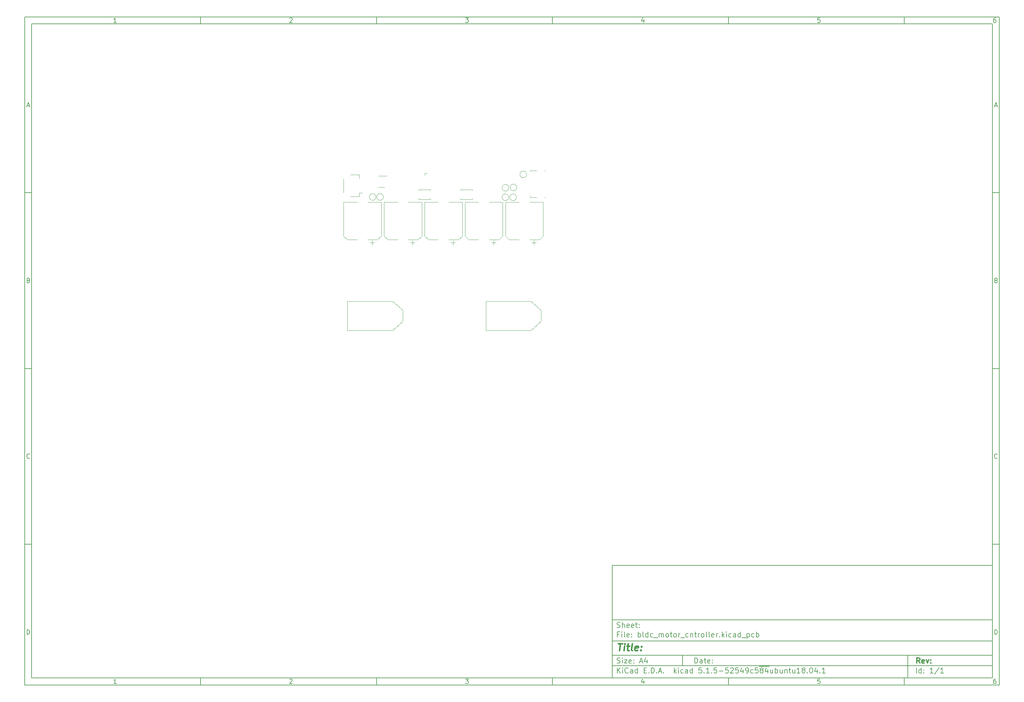
<source format=gbr>
G04 #@! TF.GenerationSoftware,KiCad,Pcbnew,5.1.5-52549c5~84~ubuntu18.04.1*
G04 #@! TF.CreationDate,2020-02-16T22:49:10+01:00*
G04 #@! TF.ProjectId,bldc_motor_cntroller,626c6463-5f6d-46f7-946f-725f636e7472,rev?*
G04 #@! TF.SameCoordinates,Original*
G04 #@! TF.FileFunction,Legend,Bot*
G04 #@! TF.FilePolarity,Positive*
%FSLAX46Y46*%
G04 Gerber Fmt 4.6, Leading zero omitted, Abs format (unit mm)*
G04 Created by KiCad (PCBNEW 5.1.5-52549c5~84~ubuntu18.04.1) date 2020-02-16 22:49:10*
%MOMM*%
%LPD*%
G04 APERTURE LIST*
%ADD10C,0.100000*%
%ADD11C,0.150000*%
%ADD12C,0.300000*%
%ADD13C,0.400000*%
%ADD14C,0.120000*%
G04 APERTURE END LIST*
D10*
D11*
X177002200Y-166007200D02*
X177002200Y-198007200D01*
X285002200Y-198007200D01*
X285002200Y-166007200D01*
X177002200Y-166007200D01*
D10*
D11*
X10000000Y-10000000D02*
X10000000Y-200007200D01*
X287002200Y-200007200D01*
X287002200Y-10000000D01*
X10000000Y-10000000D01*
D10*
D11*
X12000000Y-12000000D02*
X12000000Y-198007200D01*
X285002200Y-198007200D01*
X285002200Y-12000000D01*
X12000000Y-12000000D01*
D10*
D11*
X60000000Y-12000000D02*
X60000000Y-10000000D01*
D10*
D11*
X110000000Y-12000000D02*
X110000000Y-10000000D01*
D10*
D11*
X160000000Y-12000000D02*
X160000000Y-10000000D01*
D10*
D11*
X210000000Y-12000000D02*
X210000000Y-10000000D01*
D10*
D11*
X260000000Y-12000000D02*
X260000000Y-10000000D01*
D10*
D11*
X36065476Y-11588095D02*
X35322619Y-11588095D01*
X35694047Y-11588095D02*
X35694047Y-10288095D01*
X35570238Y-10473809D01*
X35446428Y-10597619D01*
X35322619Y-10659523D01*
D10*
D11*
X85322619Y-10411904D02*
X85384523Y-10350000D01*
X85508333Y-10288095D01*
X85817857Y-10288095D01*
X85941666Y-10350000D01*
X86003571Y-10411904D01*
X86065476Y-10535714D01*
X86065476Y-10659523D01*
X86003571Y-10845238D01*
X85260714Y-11588095D01*
X86065476Y-11588095D01*
D10*
D11*
X135260714Y-10288095D02*
X136065476Y-10288095D01*
X135632142Y-10783333D01*
X135817857Y-10783333D01*
X135941666Y-10845238D01*
X136003571Y-10907142D01*
X136065476Y-11030952D01*
X136065476Y-11340476D01*
X136003571Y-11464285D01*
X135941666Y-11526190D01*
X135817857Y-11588095D01*
X135446428Y-11588095D01*
X135322619Y-11526190D01*
X135260714Y-11464285D01*
D10*
D11*
X185941666Y-10721428D02*
X185941666Y-11588095D01*
X185632142Y-10226190D02*
X185322619Y-11154761D01*
X186127380Y-11154761D01*
D10*
D11*
X236003571Y-10288095D02*
X235384523Y-10288095D01*
X235322619Y-10907142D01*
X235384523Y-10845238D01*
X235508333Y-10783333D01*
X235817857Y-10783333D01*
X235941666Y-10845238D01*
X236003571Y-10907142D01*
X236065476Y-11030952D01*
X236065476Y-11340476D01*
X236003571Y-11464285D01*
X235941666Y-11526190D01*
X235817857Y-11588095D01*
X235508333Y-11588095D01*
X235384523Y-11526190D01*
X235322619Y-11464285D01*
D10*
D11*
X285941666Y-10288095D02*
X285694047Y-10288095D01*
X285570238Y-10350000D01*
X285508333Y-10411904D01*
X285384523Y-10597619D01*
X285322619Y-10845238D01*
X285322619Y-11340476D01*
X285384523Y-11464285D01*
X285446428Y-11526190D01*
X285570238Y-11588095D01*
X285817857Y-11588095D01*
X285941666Y-11526190D01*
X286003571Y-11464285D01*
X286065476Y-11340476D01*
X286065476Y-11030952D01*
X286003571Y-10907142D01*
X285941666Y-10845238D01*
X285817857Y-10783333D01*
X285570238Y-10783333D01*
X285446428Y-10845238D01*
X285384523Y-10907142D01*
X285322619Y-11030952D01*
D10*
D11*
X60000000Y-198007200D02*
X60000000Y-200007200D01*
D10*
D11*
X110000000Y-198007200D02*
X110000000Y-200007200D01*
D10*
D11*
X160000000Y-198007200D02*
X160000000Y-200007200D01*
D10*
D11*
X210000000Y-198007200D02*
X210000000Y-200007200D01*
D10*
D11*
X260000000Y-198007200D02*
X260000000Y-200007200D01*
D10*
D11*
X36065476Y-199595295D02*
X35322619Y-199595295D01*
X35694047Y-199595295D02*
X35694047Y-198295295D01*
X35570238Y-198481009D01*
X35446428Y-198604819D01*
X35322619Y-198666723D01*
D10*
D11*
X85322619Y-198419104D02*
X85384523Y-198357200D01*
X85508333Y-198295295D01*
X85817857Y-198295295D01*
X85941666Y-198357200D01*
X86003571Y-198419104D01*
X86065476Y-198542914D01*
X86065476Y-198666723D01*
X86003571Y-198852438D01*
X85260714Y-199595295D01*
X86065476Y-199595295D01*
D10*
D11*
X135260714Y-198295295D02*
X136065476Y-198295295D01*
X135632142Y-198790533D01*
X135817857Y-198790533D01*
X135941666Y-198852438D01*
X136003571Y-198914342D01*
X136065476Y-199038152D01*
X136065476Y-199347676D01*
X136003571Y-199471485D01*
X135941666Y-199533390D01*
X135817857Y-199595295D01*
X135446428Y-199595295D01*
X135322619Y-199533390D01*
X135260714Y-199471485D01*
D10*
D11*
X185941666Y-198728628D02*
X185941666Y-199595295D01*
X185632142Y-198233390D02*
X185322619Y-199161961D01*
X186127380Y-199161961D01*
D10*
D11*
X236003571Y-198295295D02*
X235384523Y-198295295D01*
X235322619Y-198914342D01*
X235384523Y-198852438D01*
X235508333Y-198790533D01*
X235817857Y-198790533D01*
X235941666Y-198852438D01*
X236003571Y-198914342D01*
X236065476Y-199038152D01*
X236065476Y-199347676D01*
X236003571Y-199471485D01*
X235941666Y-199533390D01*
X235817857Y-199595295D01*
X235508333Y-199595295D01*
X235384523Y-199533390D01*
X235322619Y-199471485D01*
D10*
D11*
X285941666Y-198295295D02*
X285694047Y-198295295D01*
X285570238Y-198357200D01*
X285508333Y-198419104D01*
X285384523Y-198604819D01*
X285322619Y-198852438D01*
X285322619Y-199347676D01*
X285384523Y-199471485D01*
X285446428Y-199533390D01*
X285570238Y-199595295D01*
X285817857Y-199595295D01*
X285941666Y-199533390D01*
X286003571Y-199471485D01*
X286065476Y-199347676D01*
X286065476Y-199038152D01*
X286003571Y-198914342D01*
X285941666Y-198852438D01*
X285817857Y-198790533D01*
X285570238Y-198790533D01*
X285446428Y-198852438D01*
X285384523Y-198914342D01*
X285322619Y-199038152D01*
D10*
D11*
X10000000Y-60000000D02*
X12000000Y-60000000D01*
D10*
D11*
X10000000Y-110000000D02*
X12000000Y-110000000D01*
D10*
D11*
X10000000Y-160000000D02*
X12000000Y-160000000D01*
D10*
D11*
X10690476Y-35216666D02*
X11309523Y-35216666D01*
X10566666Y-35588095D02*
X11000000Y-34288095D01*
X11433333Y-35588095D01*
D10*
D11*
X11092857Y-84907142D02*
X11278571Y-84969047D01*
X11340476Y-85030952D01*
X11402380Y-85154761D01*
X11402380Y-85340476D01*
X11340476Y-85464285D01*
X11278571Y-85526190D01*
X11154761Y-85588095D01*
X10659523Y-85588095D01*
X10659523Y-84288095D01*
X11092857Y-84288095D01*
X11216666Y-84350000D01*
X11278571Y-84411904D01*
X11340476Y-84535714D01*
X11340476Y-84659523D01*
X11278571Y-84783333D01*
X11216666Y-84845238D01*
X11092857Y-84907142D01*
X10659523Y-84907142D01*
D10*
D11*
X11402380Y-135464285D02*
X11340476Y-135526190D01*
X11154761Y-135588095D01*
X11030952Y-135588095D01*
X10845238Y-135526190D01*
X10721428Y-135402380D01*
X10659523Y-135278571D01*
X10597619Y-135030952D01*
X10597619Y-134845238D01*
X10659523Y-134597619D01*
X10721428Y-134473809D01*
X10845238Y-134350000D01*
X11030952Y-134288095D01*
X11154761Y-134288095D01*
X11340476Y-134350000D01*
X11402380Y-134411904D01*
D10*
D11*
X10659523Y-185588095D02*
X10659523Y-184288095D01*
X10969047Y-184288095D01*
X11154761Y-184350000D01*
X11278571Y-184473809D01*
X11340476Y-184597619D01*
X11402380Y-184845238D01*
X11402380Y-185030952D01*
X11340476Y-185278571D01*
X11278571Y-185402380D01*
X11154761Y-185526190D01*
X10969047Y-185588095D01*
X10659523Y-185588095D01*
D10*
D11*
X287002200Y-60000000D02*
X285002200Y-60000000D01*
D10*
D11*
X287002200Y-110000000D02*
X285002200Y-110000000D01*
D10*
D11*
X287002200Y-160000000D02*
X285002200Y-160000000D01*
D10*
D11*
X285692676Y-35216666D02*
X286311723Y-35216666D01*
X285568866Y-35588095D02*
X286002200Y-34288095D01*
X286435533Y-35588095D01*
D10*
D11*
X286095057Y-84907142D02*
X286280771Y-84969047D01*
X286342676Y-85030952D01*
X286404580Y-85154761D01*
X286404580Y-85340476D01*
X286342676Y-85464285D01*
X286280771Y-85526190D01*
X286156961Y-85588095D01*
X285661723Y-85588095D01*
X285661723Y-84288095D01*
X286095057Y-84288095D01*
X286218866Y-84350000D01*
X286280771Y-84411904D01*
X286342676Y-84535714D01*
X286342676Y-84659523D01*
X286280771Y-84783333D01*
X286218866Y-84845238D01*
X286095057Y-84907142D01*
X285661723Y-84907142D01*
D10*
D11*
X286404580Y-135464285D02*
X286342676Y-135526190D01*
X286156961Y-135588095D01*
X286033152Y-135588095D01*
X285847438Y-135526190D01*
X285723628Y-135402380D01*
X285661723Y-135278571D01*
X285599819Y-135030952D01*
X285599819Y-134845238D01*
X285661723Y-134597619D01*
X285723628Y-134473809D01*
X285847438Y-134350000D01*
X286033152Y-134288095D01*
X286156961Y-134288095D01*
X286342676Y-134350000D01*
X286404580Y-134411904D01*
D10*
D11*
X285661723Y-185588095D02*
X285661723Y-184288095D01*
X285971247Y-184288095D01*
X286156961Y-184350000D01*
X286280771Y-184473809D01*
X286342676Y-184597619D01*
X286404580Y-184845238D01*
X286404580Y-185030952D01*
X286342676Y-185278571D01*
X286280771Y-185402380D01*
X286156961Y-185526190D01*
X285971247Y-185588095D01*
X285661723Y-185588095D01*
D10*
D11*
X200434342Y-193785771D02*
X200434342Y-192285771D01*
X200791485Y-192285771D01*
X201005771Y-192357200D01*
X201148628Y-192500057D01*
X201220057Y-192642914D01*
X201291485Y-192928628D01*
X201291485Y-193142914D01*
X201220057Y-193428628D01*
X201148628Y-193571485D01*
X201005771Y-193714342D01*
X200791485Y-193785771D01*
X200434342Y-193785771D01*
X202577200Y-193785771D02*
X202577200Y-193000057D01*
X202505771Y-192857200D01*
X202362914Y-192785771D01*
X202077200Y-192785771D01*
X201934342Y-192857200D01*
X202577200Y-193714342D02*
X202434342Y-193785771D01*
X202077200Y-193785771D01*
X201934342Y-193714342D01*
X201862914Y-193571485D01*
X201862914Y-193428628D01*
X201934342Y-193285771D01*
X202077200Y-193214342D01*
X202434342Y-193214342D01*
X202577200Y-193142914D01*
X203077200Y-192785771D02*
X203648628Y-192785771D01*
X203291485Y-192285771D02*
X203291485Y-193571485D01*
X203362914Y-193714342D01*
X203505771Y-193785771D01*
X203648628Y-193785771D01*
X204720057Y-193714342D02*
X204577200Y-193785771D01*
X204291485Y-193785771D01*
X204148628Y-193714342D01*
X204077200Y-193571485D01*
X204077200Y-193000057D01*
X204148628Y-192857200D01*
X204291485Y-192785771D01*
X204577200Y-192785771D01*
X204720057Y-192857200D01*
X204791485Y-193000057D01*
X204791485Y-193142914D01*
X204077200Y-193285771D01*
X205434342Y-193642914D02*
X205505771Y-193714342D01*
X205434342Y-193785771D01*
X205362914Y-193714342D01*
X205434342Y-193642914D01*
X205434342Y-193785771D01*
X205434342Y-192857200D02*
X205505771Y-192928628D01*
X205434342Y-193000057D01*
X205362914Y-192928628D01*
X205434342Y-192857200D01*
X205434342Y-193000057D01*
D10*
D11*
X177002200Y-194507200D02*
X285002200Y-194507200D01*
D10*
D11*
X178434342Y-196585771D02*
X178434342Y-195085771D01*
X179291485Y-196585771D02*
X178648628Y-195728628D01*
X179291485Y-195085771D02*
X178434342Y-195942914D01*
X179934342Y-196585771D02*
X179934342Y-195585771D01*
X179934342Y-195085771D02*
X179862914Y-195157200D01*
X179934342Y-195228628D01*
X180005771Y-195157200D01*
X179934342Y-195085771D01*
X179934342Y-195228628D01*
X181505771Y-196442914D02*
X181434342Y-196514342D01*
X181220057Y-196585771D01*
X181077200Y-196585771D01*
X180862914Y-196514342D01*
X180720057Y-196371485D01*
X180648628Y-196228628D01*
X180577200Y-195942914D01*
X180577200Y-195728628D01*
X180648628Y-195442914D01*
X180720057Y-195300057D01*
X180862914Y-195157200D01*
X181077200Y-195085771D01*
X181220057Y-195085771D01*
X181434342Y-195157200D01*
X181505771Y-195228628D01*
X182791485Y-196585771D02*
X182791485Y-195800057D01*
X182720057Y-195657200D01*
X182577200Y-195585771D01*
X182291485Y-195585771D01*
X182148628Y-195657200D01*
X182791485Y-196514342D02*
X182648628Y-196585771D01*
X182291485Y-196585771D01*
X182148628Y-196514342D01*
X182077200Y-196371485D01*
X182077200Y-196228628D01*
X182148628Y-196085771D01*
X182291485Y-196014342D01*
X182648628Y-196014342D01*
X182791485Y-195942914D01*
X184148628Y-196585771D02*
X184148628Y-195085771D01*
X184148628Y-196514342D02*
X184005771Y-196585771D01*
X183720057Y-196585771D01*
X183577200Y-196514342D01*
X183505771Y-196442914D01*
X183434342Y-196300057D01*
X183434342Y-195871485D01*
X183505771Y-195728628D01*
X183577200Y-195657200D01*
X183720057Y-195585771D01*
X184005771Y-195585771D01*
X184148628Y-195657200D01*
X186005771Y-195800057D02*
X186505771Y-195800057D01*
X186720057Y-196585771D02*
X186005771Y-196585771D01*
X186005771Y-195085771D01*
X186720057Y-195085771D01*
X187362914Y-196442914D02*
X187434342Y-196514342D01*
X187362914Y-196585771D01*
X187291485Y-196514342D01*
X187362914Y-196442914D01*
X187362914Y-196585771D01*
X188077200Y-196585771D02*
X188077200Y-195085771D01*
X188434342Y-195085771D01*
X188648628Y-195157200D01*
X188791485Y-195300057D01*
X188862914Y-195442914D01*
X188934342Y-195728628D01*
X188934342Y-195942914D01*
X188862914Y-196228628D01*
X188791485Y-196371485D01*
X188648628Y-196514342D01*
X188434342Y-196585771D01*
X188077200Y-196585771D01*
X189577200Y-196442914D02*
X189648628Y-196514342D01*
X189577200Y-196585771D01*
X189505771Y-196514342D01*
X189577200Y-196442914D01*
X189577200Y-196585771D01*
X190220057Y-196157200D02*
X190934342Y-196157200D01*
X190077200Y-196585771D02*
X190577200Y-195085771D01*
X191077200Y-196585771D01*
X191577200Y-196442914D02*
X191648628Y-196514342D01*
X191577200Y-196585771D01*
X191505771Y-196514342D01*
X191577200Y-196442914D01*
X191577200Y-196585771D01*
X194577200Y-196585771D02*
X194577200Y-195085771D01*
X194720057Y-196014342D02*
X195148628Y-196585771D01*
X195148628Y-195585771D02*
X194577200Y-196157200D01*
X195791485Y-196585771D02*
X195791485Y-195585771D01*
X195791485Y-195085771D02*
X195720057Y-195157200D01*
X195791485Y-195228628D01*
X195862914Y-195157200D01*
X195791485Y-195085771D01*
X195791485Y-195228628D01*
X197148628Y-196514342D02*
X197005771Y-196585771D01*
X196720057Y-196585771D01*
X196577200Y-196514342D01*
X196505771Y-196442914D01*
X196434342Y-196300057D01*
X196434342Y-195871485D01*
X196505771Y-195728628D01*
X196577200Y-195657200D01*
X196720057Y-195585771D01*
X197005771Y-195585771D01*
X197148628Y-195657200D01*
X198434342Y-196585771D02*
X198434342Y-195800057D01*
X198362914Y-195657200D01*
X198220057Y-195585771D01*
X197934342Y-195585771D01*
X197791485Y-195657200D01*
X198434342Y-196514342D02*
X198291485Y-196585771D01*
X197934342Y-196585771D01*
X197791485Y-196514342D01*
X197720057Y-196371485D01*
X197720057Y-196228628D01*
X197791485Y-196085771D01*
X197934342Y-196014342D01*
X198291485Y-196014342D01*
X198434342Y-195942914D01*
X199791485Y-196585771D02*
X199791485Y-195085771D01*
X199791485Y-196514342D02*
X199648628Y-196585771D01*
X199362914Y-196585771D01*
X199220057Y-196514342D01*
X199148628Y-196442914D01*
X199077200Y-196300057D01*
X199077200Y-195871485D01*
X199148628Y-195728628D01*
X199220057Y-195657200D01*
X199362914Y-195585771D01*
X199648628Y-195585771D01*
X199791485Y-195657200D01*
X202362914Y-195085771D02*
X201648628Y-195085771D01*
X201577200Y-195800057D01*
X201648628Y-195728628D01*
X201791485Y-195657200D01*
X202148628Y-195657200D01*
X202291485Y-195728628D01*
X202362914Y-195800057D01*
X202434342Y-195942914D01*
X202434342Y-196300057D01*
X202362914Y-196442914D01*
X202291485Y-196514342D01*
X202148628Y-196585771D01*
X201791485Y-196585771D01*
X201648628Y-196514342D01*
X201577200Y-196442914D01*
X203077200Y-196442914D02*
X203148628Y-196514342D01*
X203077200Y-196585771D01*
X203005771Y-196514342D01*
X203077200Y-196442914D01*
X203077200Y-196585771D01*
X204577200Y-196585771D02*
X203720057Y-196585771D01*
X204148628Y-196585771D02*
X204148628Y-195085771D01*
X204005771Y-195300057D01*
X203862914Y-195442914D01*
X203720057Y-195514342D01*
X205220057Y-196442914D02*
X205291485Y-196514342D01*
X205220057Y-196585771D01*
X205148628Y-196514342D01*
X205220057Y-196442914D01*
X205220057Y-196585771D01*
X206648628Y-195085771D02*
X205934342Y-195085771D01*
X205862914Y-195800057D01*
X205934342Y-195728628D01*
X206077200Y-195657200D01*
X206434342Y-195657200D01*
X206577200Y-195728628D01*
X206648628Y-195800057D01*
X206720057Y-195942914D01*
X206720057Y-196300057D01*
X206648628Y-196442914D01*
X206577200Y-196514342D01*
X206434342Y-196585771D01*
X206077200Y-196585771D01*
X205934342Y-196514342D01*
X205862914Y-196442914D01*
X207362914Y-196014342D02*
X208505771Y-196014342D01*
X209934342Y-195085771D02*
X209220057Y-195085771D01*
X209148628Y-195800057D01*
X209220057Y-195728628D01*
X209362914Y-195657200D01*
X209720057Y-195657200D01*
X209862914Y-195728628D01*
X209934342Y-195800057D01*
X210005771Y-195942914D01*
X210005771Y-196300057D01*
X209934342Y-196442914D01*
X209862914Y-196514342D01*
X209720057Y-196585771D01*
X209362914Y-196585771D01*
X209220057Y-196514342D01*
X209148628Y-196442914D01*
X210577200Y-195228628D02*
X210648628Y-195157200D01*
X210791485Y-195085771D01*
X211148628Y-195085771D01*
X211291485Y-195157200D01*
X211362914Y-195228628D01*
X211434342Y-195371485D01*
X211434342Y-195514342D01*
X211362914Y-195728628D01*
X210505771Y-196585771D01*
X211434342Y-196585771D01*
X212791485Y-195085771D02*
X212077200Y-195085771D01*
X212005771Y-195800057D01*
X212077200Y-195728628D01*
X212220057Y-195657200D01*
X212577200Y-195657200D01*
X212720057Y-195728628D01*
X212791485Y-195800057D01*
X212862914Y-195942914D01*
X212862914Y-196300057D01*
X212791485Y-196442914D01*
X212720057Y-196514342D01*
X212577200Y-196585771D01*
X212220057Y-196585771D01*
X212077200Y-196514342D01*
X212005771Y-196442914D01*
X214148628Y-195585771D02*
X214148628Y-196585771D01*
X213791485Y-195014342D02*
X213434342Y-196085771D01*
X214362914Y-196085771D01*
X215005771Y-196585771D02*
X215291485Y-196585771D01*
X215434342Y-196514342D01*
X215505771Y-196442914D01*
X215648628Y-196228628D01*
X215720057Y-195942914D01*
X215720057Y-195371485D01*
X215648628Y-195228628D01*
X215577200Y-195157200D01*
X215434342Y-195085771D01*
X215148628Y-195085771D01*
X215005771Y-195157200D01*
X214934342Y-195228628D01*
X214862914Y-195371485D01*
X214862914Y-195728628D01*
X214934342Y-195871485D01*
X215005771Y-195942914D01*
X215148628Y-196014342D01*
X215434342Y-196014342D01*
X215577200Y-195942914D01*
X215648628Y-195871485D01*
X215720057Y-195728628D01*
X217005771Y-196514342D02*
X216862914Y-196585771D01*
X216577200Y-196585771D01*
X216434342Y-196514342D01*
X216362914Y-196442914D01*
X216291485Y-196300057D01*
X216291485Y-195871485D01*
X216362914Y-195728628D01*
X216434342Y-195657200D01*
X216577200Y-195585771D01*
X216862914Y-195585771D01*
X217005771Y-195657200D01*
X218362914Y-195085771D02*
X217648628Y-195085771D01*
X217577200Y-195800057D01*
X217648628Y-195728628D01*
X217791485Y-195657200D01*
X218148628Y-195657200D01*
X218291485Y-195728628D01*
X218362914Y-195800057D01*
X218434342Y-195942914D01*
X218434342Y-196300057D01*
X218362914Y-196442914D01*
X218291485Y-196514342D01*
X218148628Y-196585771D01*
X217791485Y-196585771D01*
X217648628Y-196514342D01*
X217577200Y-196442914D01*
X218720057Y-194677200D02*
X220148628Y-194677200D01*
X219291485Y-195728628D02*
X219148628Y-195657200D01*
X219077200Y-195585771D01*
X219005771Y-195442914D01*
X219005771Y-195371485D01*
X219077200Y-195228628D01*
X219148628Y-195157200D01*
X219291485Y-195085771D01*
X219577200Y-195085771D01*
X219720057Y-195157200D01*
X219791485Y-195228628D01*
X219862914Y-195371485D01*
X219862914Y-195442914D01*
X219791485Y-195585771D01*
X219720057Y-195657200D01*
X219577200Y-195728628D01*
X219291485Y-195728628D01*
X219148628Y-195800057D01*
X219077200Y-195871485D01*
X219005771Y-196014342D01*
X219005771Y-196300057D01*
X219077200Y-196442914D01*
X219148628Y-196514342D01*
X219291485Y-196585771D01*
X219577200Y-196585771D01*
X219720057Y-196514342D01*
X219791485Y-196442914D01*
X219862914Y-196300057D01*
X219862914Y-196014342D01*
X219791485Y-195871485D01*
X219720057Y-195800057D01*
X219577200Y-195728628D01*
X220148628Y-194677200D02*
X221577199Y-194677200D01*
X221148628Y-195585771D02*
X221148628Y-196585771D01*
X220791485Y-195014342D02*
X220434342Y-196085771D01*
X221362914Y-196085771D01*
X222577199Y-195585771D02*
X222577199Y-196585771D01*
X221934342Y-195585771D02*
X221934342Y-196371485D01*
X222005771Y-196514342D01*
X222148628Y-196585771D01*
X222362914Y-196585771D01*
X222505771Y-196514342D01*
X222577199Y-196442914D01*
X223291485Y-196585771D02*
X223291485Y-195085771D01*
X223291485Y-195657200D02*
X223434342Y-195585771D01*
X223720057Y-195585771D01*
X223862914Y-195657200D01*
X223934342Y-195728628D01*
X224005771Y-195871485D01*
X224005771Y-196300057D01*
X223934342Y-196442914D01*
X223862914Y-196514342D01*
X223720057Y-196585771D01*
X223434342Y-196585771D01*
X223291485Y-196514342D01*
X225291485Y-195585771D02*
X225291485Y-196585771D01*
X224648628Y-195585771D02*
X224648628Y-196371485D01*
X224720057Y-196514342D01*
X224862914Y-196585771D01*
X225077199Y-196585771D01*
X225220057Y-196514342D01*
X225291485Y-196442914D01*
X226005771Y-195585771D02*
X226005771Y-196585771D01*
X226005771Y-195728628D02*
X226077199Y-195657200D01*
X226220057Y-195585771D01*
X226434342Y-195585771D01*
X226577199Y-195657200D01*
X226648628Y-195800057D01*
X226648628Y-196585771D01*
X227148628Y-195585771D02*
X227720057Y-195585771D01*
X227362914Y-195085771D02*
X227362914Y-196371485D01*
X227434342Y-196514342D01*
X227577200Y-196585771D01*
X227720057Y-196585771D01*
X228862914Y-195585771D02*
X228862914Y-196585771D01*
X228220057Y-195585771D02*
X228220057Y-196371485D01*
X228291485Y-196514342D01*
X228434342Y-196585771D01*
X228648628Y-196585771D01*
X228791485Y-196514342D01*
X228862914Y-196442914D01*
X230362914Y-196585771D02*
X229505771Y-196585771D01*
X229934342Y-196585771D02*
X229934342Y-195085771D01*
X229791485Y-195300057D01*
X229648628Y-195442914D01*
X229505771Y-195514342D01*
X231220057Y-195728628D02*
X231077199Y-195657200D01*
X231005771Y-195585771D01*
X230934342Y-195442914D01*
X230934342Y-195371485D01*
X231005771Y-195228628D01*
X231077199Y-195157200D01*
X231220057Y-195085771D01*
X231505771Y-195085771D01*
X231648628Y-195157200D01*
X231720057Y-195228628D01*
X231791485Y-195371485D01*
X231791485Y-195442914D01*
X231720057Y-195585771D01*
X231648628Y-195657200D01*
X231505771Y-195728628D01*
X231220057Y-195728628D01*
X231077199Y-195800057D01*
X231005771Y-195871485D01*
X230934342Y-196014342D01*
X230934342Y-196300057D01*
X231005771Y-196442914D01*
X231077199Y-196514342D01*
X231220057Y-196585771D01*
X231505771Y-196585771D01*
X231648628Y-196514342D01*
X231720057Y-196442914D01*
X231791485Y-196300057D01*
X231791485Y-196014342D01*
X231720057Y-195871485D01*
X231648628Y-195800057D01*
X231505771Y-195728628D01*
X232434342Y-196442914D02*
X232505771Y-196514342D01*
X232434342Y-196585771D01*
X232362914Y-196514342D01*
X232434342Y-196442914D01*
X232434342Y-196585771D01*
X233434342Y-195085771D02*
X233577199Y-195085771D01*
X233720057Y-195157200D01*
X233791485Y-195228628D01*
X233862914Y-195371485D01*
X233934342Y-195657200D01*
X233934342Y-196014342D01*
X233862914Y-196300057D01*
X233791485Y-196442914D01*
X233720057Y-196514342D01*
X233577199Y-196585771D01*
X233434342Y-196585771D01*
X233291485Y-196514342D01*
X233220057Y-196442914D01*
X233148628Y-196300057D01*
X233077199Y-196014342D01*
X233077199Y-195657200D01*
X233148628Y-195371485D01*
X233220057Y-195228628D01*
X233291485Y-195157200D01*
X233434342Y-195085771D01*
X235220057Y-195585771D02*
X235220057Y-196585771D01*
X234862914Y-195014342D02*
X234505771Y-196085771D01*
X235434342Y-196085771D01*
X236005771Y-196442914D02*
X236077199Y-196514342D01*
X236005771Y-196585771D01*
X235934342Y-196514342D01*
X236005771Y-196442914D01*
X236005771Y-196585771D01*
X237505771Y-196585771D02*
X236648628Y-196585771D01*
X237077199Y-196585771D02*
X237077199Y-195085771D01*
X236934342Y-195300057D01*
X236791485Y-195442914D01*
X236648628Y-195514342D01*
D10*
D11*
X177002200Y-191507200D02*
X285002200Y-191507200D01*
D10*
D12*
X264411485Y-193785771D02*
X263911485Y-193071485D01*
X263554342Y-193785771D02*
X263554342Y-192285771D01*
X264125771Y-192285771D01*
X264268628Y-192357200D01*
X264340057Y-192428628D01*
X264411485Y-192571485D01*
X264411485Y-192785771D01*
X264340057Y-192928628D01*
X264268628Y-193000057D01*
X264125771Y-193071485D01*
X263554342Y-193071485D01*
X265625771Y-193714342D02*
X265482914Y-193785771D01*
X265197200Y-193785771D01*
X265054342Y-193714342D01*
X264982914Y-193571485D01*
X264982914Y-193000057D01*
X265054342Y-192857200D01*
X265197200Y-192785771D01*
X265482914Y-192785771D01*
X265625771Y-192857200D01*
X265697200Y-193000057D01*
X265697200Y-193142914D01*
X264982914Y-193285771D01*
X266197200Y-192785771D02*
X266554342Y-193785771D01*
X266911485Y-192785771D01*
X267482914Y-193642914D02*
X267554342Y-193714342D01*
X267482914Y-193785771D01*
X267411485Y-193714342D01*
X267482914Y-193642914D01*
X267482914Y-193785771D01*
X267482914Y-192857200D02*
X267554342Y-192928628D01*
X267482914Y-193000057D01*
X267411485Y-192928628D01*
X267482914Y-192857200D01*
X267482914Y-193000057D01*
D10*
D11*
X178362914Y-193714342D02*
X178577200Y-193785771D01*
X178934342Y-193785771D01*
X179077200Y-193714342D01*
X179148628Y-193642914D01*
X179220057Y-193500057D01*
X179220057Y-193357200D01*
X179148628Y-193214342D01*
X179077200Y-193142914D01*
X178934342Y-193071485D01*
X178648628Y-193000057D01*
X178505771Y-192928628D01*
X178434342Y-192857200D01*
X178362914Y-192714342D01*
X178362914Y-192571485D01*
X178434342Y-192428628D01*
X178505771Y-192357200D01*
X178648628Y-192285771D01*
X179005771Y-192285771D01*
X179220057Y-192357200D01*
X179862914Y-193785771D02*
X179862914Y-192785771D01*
X179862914Y-192285771D02*
X179791485Y-192357200D01*
X179862914Y-192428628D01*
X179934342Y-192357200D01*
X179862914Y-192285771D01*
X179862914Y-192428628D01*
X180434342Y-192785771D02*
X181220057Y-192785771D01*
X180434342Y-193785771D01*
X181220057Y-193785771D01*
X182362914Y-193714342D02*
X182220057Y-193785771D01*
X181934342Y-193785771D01*
X181791485Y-193714342D01*
X181720057Y-193571485D01*
X181720057Y-193000057D01*
X181791485Y-192857200D01*
X181934342Y-192785771D01*
X182220057Y-192785771D01*
X182362914Y-192857200D01*
X182434342Y-193000057D01*
X182434342Y-193142914D01*
X181720057Y-193285771D01*
X183077200Y-193642914D02*
X183148628Y-193714342D01*
X183077200Y-193785771D01*
X183005771Y-193714342D01*
X183077200Y-193642914D01*
X183077200Y-193785771D01*
X183077200Y-192857200D02*
X183148628Y-192928628D01*
X183077200Y-193000057D01*
X183005771Y-192928628D01*
X183077200Y-192857200D01*
X183077200Y-193000057D01*
X184862914Y-193357200D02*
X185577200Y-193357200D01*
X184720057Y-193785771D02*
X185220057Y-192285771D01*
X185720057Y-193785771D01*
X186862914Y-192785771D02*
X186862914Y-193785771D01*
X186505771Y-192214342D02*
X186148628Y-193285771D01*
X187077200Y-193285771D01*
D10*
D11*
X263434342Y-196585771D02*
X263434342Y-195085771D01*
X264791485Y-196585771D02*
X264791485Y-195085771D01*
X264791485Y-196514342D02*
X264648628Y-196585771D01*
X264362914Y-196585771D01*
X264220057Y-196514342D01*
X264148628Y-196442914D01*
X264077200Y-196300057D01*
X264077200Y-195871485D01*
X264148628Y-195728628D01*
X264220057Y-195657200D01*
X264362914Y-195585771D01*
X264648628Y-195585771D01*
X264791485Y-195657200D01*
X265505771Y-196442914D02*
X265577200Y-196514342D01*
X265505771Y-196585771D01*
X265434342Y-196514342D01*
X265505771Y-196442914D01*
X265505771Y-196585771D01*
X265505771Y-195657200D02*
X265577200Y-195728628D01*
X265505771Y-195800057D01*
X265434342Y-195728628D01*
X265505771Y-195657200D01*
X265505771Y-195800057D01*
X268148628Y-196585771D02*
X267291485Y-196585771D01*
X267720057Y-196585771D02*
X267720057Y-195085771D01*
X267577200Y-195300057D01*
X267434342Y-195442914D01*
X267291485Y-195514342D01*
X269862914Y-195014342D02*
X268577200Y-196942914D01*
X271148628Y-196585771D02*
X270291485Y-196585771D01*
X270720057Y-196585771D02*
X270720057Y-195085771D01*
X270577200Y-195300057D01*
X270434342Y-195442914D01*
X270291485Y-195514342D01*
D10*
D11*
X177002200Y-187507200D02*
X285002200Y-187507200D01*
D10*
D13*
X178714580Y-188211961D02*
X179857438Y-188211961D01*
X179036009Y-190211961D02*
X179286009Y-188211961D01*
X180274104Y-190211961D02*
X180440771Y-188878628D01*
X180524104Y-188211961D02*
X180416961Y-188307200D01*
X180500295Y-188402438D01*
X180607438Y-188307200D01*
X180524104Y-188211961D01*
X180500295Y-188402438D01*
X181107438Y-188878628D02*
X181869342Y-188878628D01*
X181476485Y-188211961D02*
X181262200Y-189926247D01*
X181333628Y-190116723D01*
X181512200Y-190211961D01*
X181702676Y-190211961D01*
X182655057Y-190211961D02*
X182476485Y-190116723D01*
X182405057Y-189926247D01*
X182619342Y-188211961D01*
X184190771Y-190116723D02*
X183988390Y-190211961D01*
X183607438Y-190211961D01*
X183428866Y-190116723D01*
X183357438Y-189926247D01*
X183452676Y-189164342D01*
X183571723Y-188973866D01*
X183774104Y-188878628D01*
X184155057Y-188878628D01*
X184333628Y-188973866D01*
X184405057Y-189164342D01*
X184381247Y-189354819D01*
X183405057Y-189545295D01*
X185155057Y-190021485D02*
X185238390Y-190116723D01*
X185131247Y-190211961D01*
X185047914Y-190116723D01*
X185155057Y-190021485D01*
X185131247Y-190211961D01*
X185286009Y-188973866D02*
X185369342Y-189069104D01*
X185262200Y-189164342D01*
X185178866Y-189069104D01*
X185286009Y-188973866D01*
X185262200Y-189164342D01*
D10*
D11*
X178934342Y-185600057D02*
X178434342Y-185600057D01*
X178434342Y-186385771D02*
X178434342Y-184885771D01*
X179148628Y-184885771D01*
X179720057Y-186385771D02*
X179720057Y-185385771D01*
X179720057Y-184885771D02*
X179648628Y-184957200D01*
X179720057Y-185028628D01*
X179791485Y-184957200D01*
X179720057Y-184885771D01*
X179720057Y-185028628D01*
X180648628Y-186385771D02*
X180505771Y-186314342D01*
X180434342Y-186171485D01*
X180434342Y-184885771D01*
X181791485Y-186314342D02*
X181648628Y-186385771D01*
X181362914Y-186385771D01*
X181220057Y-186314342D01*
X181148628Y-186171485D01*
X181148628Y-185600057D01*
X181220057Y-185457200D01*
X181362914Y-185385771D01*
X181648628Y-185385771D01*
X181791485Y-185457200D01*
X181862914Y-185600057D01*
X181862914Y-185742914D01*
X181148628Y-185885771D01*
X182505771Y-186242914D02*
X182577200Y-186314342D01*
X182505771Y-186385771D01*
X182434342Y-186314342D01*
X182505771Y-186242914D01*
X182505771Y-186385771D01*
X182505771Y-185457200D02*
X182577200Y-185528628D01*
X182505771Y-185600057D01*
X182434342Y-185528628D01*
X182505771Y-185457200D01*
X182505771Y-185600057D01*
X184362914Y-186385771D02*
X184362914Y-184885771D01*
X184362914Y-185457200D02*
X184505771Y-185385771D01*
X184791485Y-185385771D01*
X184934342Y-185457200D01*
X185005771Y-185528628D01*
X185077200Y-185671485D01*
X185077200Y-186100057D01*
X185005771Y-186242914D01*
X184934342Y-186314342D01*
X184791485Y-186385771D01*
X184505771Y-186385771D01*
X184362914Y-186314342D01*
X185934342Y-186385771D02*
X185791485Y-186314342D01*
X185720057Y-186171485D01*
X185720057Y-184885771D01*
X187148628Y-186385771D02*
X187148628Y-184885771D01*
X187148628Y-186314342D02*
X187005771Y-186385771D01*
X186720057Y-186385771D01*
X186577200Y-186314342D01*
X186505771Y-186242914D01*
X186434342Y-186100057D01*
X186434342Y-185671485D01*
X186505771Y-185528628D01*
X186577200Y-185457200D01*
X186720057Y-185385771D01*
X187005771Y-185385771D01*
X187148628Y-185457200D01*
X188505771Y-186314342D02*
X188362914Y-186385771D01*
X188077200Y-186385771D01*
X187934342Y-186314342D01*
X187862914Y-186242914D01*
X187791485Y-186100057D01*
X187791485Y-185671485D01*
X187862914Y-185528628D01*
X187934342Y-185457200D01*
X188077200Y-185385771D01*
X188362914Y-185385771D01*
X188505771Y-185457200D01*
X188791485Y-186528628D02*
X189934342Y-186528628D01*
X190291485Y-186385771D02*
X190291485Y-185385771D01*
X190291485Y-185528628D02*
X190362914Y-185457200D01*
X190505771Y-185385771D01*
X190720057Y-185385771D01*
X190862914Y-185457200D01*
X190934342Y-185600057D01*
X190934342Y-186385771D01*
X190934342Y-185600057D02*
X191005771Y-185457200D01*
X191148628Y-185385771D01*
X191362914Y-185385771D01*
X191505771Y-185457200D01*
X191577200Y-185600057D01*
X191577200Y-186385771D01*
X192505771Y-186385771D02*
X192362914Y-186314342D01*
X192291485Y-186242914D01*
X192220057Y-186100057D01*
X192220057Y-185671485D01*
X192291485Y-185528628D01*
X192362914Y-185457200D01*
X192505771Y-185385771D01*
X192720057Y-185385771D01*
X192862914Y-185457200D01*
X192934342Y-185528628D01*
X193005771Y-185671485D01*
X193005771Y-186100057D01*
X192934342Y-186242914D01*
X192862914Y-186314342D01*
X192720057Y-186385771D01*
X192505771Y-186385771D01*
X193434342Y-185385771D02*
X194005771Y-185385771D01*
X193648628Y-184885771D02*
X193648628Y-186171485D01*
X193720057Y-186314342D01*
X193862914Y-186385771D01*
X194005771Y-186385771D01*
X194720057Y-186385771D02*
X194577200Y-186314342D01*
X194505771Y-186242914D01*
X194434342Y-186100057D01*
X194434342Y-185671485D01*
X194505771Y-185528628D01*
X194577200Y-185457200D01*
X194720057Y-185385771D01*
X194934342Y-185385771D01*
X195077200Y-185457200D01*
X195148628Y-185528628D01*
X195220057Y-185671485D01*
X195220057Y-186100057D01*
X195148628Y-186242914D01*
X195077200Y-186314342D01*
X194934342Y-186385771D01*
X194720057Y-186385771D01*
X195862914Y-186385771D02*
X195862914Y-185385771D01*
X195862914Y-185671485D02*
X195934342Y-185528628D01*
X196005771Y-185457200D01*
X196148628Y-185385771D01*
X196291485Y-185385771D01*
X196434342Y-186528628D02*
X197577200Y-186528628D01*
X198577200Y-186314342D02*
X198434342Y-186385771D01*
X198148628Y-186385771D01*
X198005771Y-186314342D01*
X197934342Y-186242914D01*
X197862914Y-186100057D01*
X197862914Y-185671485D01*
X197934342Y-185528628D01*
X198005771Y-185457200D01*
X198148628Y-185385771D01*
X198434342Y-185385771D01*
X198577200Y-185457200D01*
X199220057Y-185385771D02*
X199220057Y-186385771D01*
X199220057Y-185528628D02*
X199291485Y-185457200D01*
X199434342Y-185385771D01*
X199648628Y-185385771D01*
X199791485Y-185457200D01*
X199862914Y-185600057D01*
X199862914Y-186385771D01*
X200362914Y-185385771D02*
X200934342Y-185385771D01*
X200577200Y-184885771D02*
X200577200Y-186171485D01*
X200648628Y-186314342D01*
X200791485Y-186385771D01*
X200934342Y-186385771D01*
X201434342Y-186385771D02*
X201434342Y-185385771D01*
X201434342Y-185671485D02*
X201505771Y-185528628D01*
X201577200Y-185457200D01*
X201720057Y-185385771D01*
X201862914Y-185385771D01*
X202577200Y-186385771D02*
X202434342Y-186314342D01*
X202362914Y-186242914D01*
X202291485Y-186100057D01*
X202291485Y-185671485D01*
X202362914Y-185528628D01*
X202434342Y-185457200D01*
X202577200Y-185385771D01*
X202791485Y-185385771D01*
X202934342Y-185457200D01*
X203005771Y-185528628D01*
X203077200Y-185671485D01*
X203077200Y-186100057D01*
X203005771Y-186242914D01*
X202934342Y-186314342D01*
X202791485Y-186385771D01*
X202577200Y-186385771D01*
X203934342Y-186385771D02*
X203791485Y-186314342D01*
X203720057Y-186171485D01*
X203720057Y-184885771D01*
X204720057Y-186385771D02*
X204577200Y-186314342D01*
X204505771Y-186171485D01*
X204505771Y-184885771D01*
X205862914Y-186314342D02*
X205720057Y-186385771D01*
X205434342Y-186385771D01*
X205291485Y-186314342D01*
X205220057Y-186171485D01*
X205220057Y-185600057D01*
X205291485Y-185457200D01*
X205434342Y-185385771D01*
X205720057Y-185385771D01*
X205862914Y-185457200D01*
X205934342Y-185600057D01*
X205934342Y-185742914D01*
X205220057Y-185885771D01*
X206577200Y-186385771D02*
X206577200Y-185385771D01*
X206577200Y-185671485D02*
X206648628Y-185528628D01*
X206720057Y-185457200D01*
X206862914Y-185385771D01*
X207005771Y-185385771D01*
X207505771Y-186242914D02*
X207577200Y-186314342D01*
X207505771Y-186385771D01*
X207434342Y-186314342D01*
X207505771Y-186242914D01*
X207505771Y-186385771D01*
X208220057Y-186385771D02*
X208220057Y-184885771D01*
X208362914Y-185814342D02*
X208791485Y-186385771D01*
X208791485Y-185385771D02*
X208220057Y-185957200D01*
X209434342Y-186385771D02*
X209434342Y-185385771D01*
X209434342Y-184885771D02*
X209362914Y-184957200D01*
X209434342Y-185028628D01*
X209505771Y-184957200D01*
X209434342Y-184885771D01*
X209434342Y-185028628D01*
X210791485Y-186314342D02*
X210648628Y-186385771D01*
X210362914Y-186385771D01*
X210220057Y-186314342D01*
X210148628Y-186242914D01*
X210077200Y-186100057D01*
X210077200Y-185671485D01*
X210148628Y-185528628D01*
X210220057Y-185457200D01*
X210362914Y-185385771D01*
X210648628Y-185385771D01*
X210791485Y-185457200D01*
X212077200Y-186385771D02*
X212077200Y-185600057D01*
X212005771Y-185457200D01*
X211862914Y-185385771D01*
X211577200Y-185385771D01*
X211434342Y-185457200D01*
X212077200Y-186314342D02*
X211934342Y-186385771D01*
X211577200Y-186385771D01*
X211434342Y-186314342D01*
X211362914Y-186171485D01*
X211362914Y-186028628D01*
X211434342Y-185885771D01*
X211577200Y-185814342D01*
X211934342Y-185814342D01*
X212077200Y-185742914D01*
X213434342Y-186385771D02*
X213434342Y-184885771D01*
X213434342Y-186314342D02*
X213291485Y-186385771D01*
X213005771Y-186385771D01*
X212862914Y-186314342D01*
X212791485Y-186242914D01*
X212720057Y-186100057D01*
X212720057Y-185671485D01*
X212791485Y-185528628D01*
X212862914Y-185457200D01*
X213005771Y-185385771D01*
X213291485Y-185385771D01*
X213434342Y-185457200D01*
X213791485Y-186528628D02*
X214934342Y-186528628D01*
X215291485Y-185385771D02*
X215291485Y-186885771D01*
X215291485Y-185457200D02*
X215434342Y-185385771D01*
X215720057Y-185385771D01*
X215862914Y-185457200D01*
X215934342Y-185528628D01*
X216005771Y-185671485D01*
X216005771Y-186100057D01*
X215934342Y-186242914D01*
X215862914Y-186314342D01*
X215720057Y-186385771D01*
X215434342Y-186385771D01*
X215291485Y-186314342D01*
X217291485Y-186314342D02*
X217148628Y-186385771D01*
X216862914Y-186385771D01*
X216720057Y-186314342D01*
X216648628Y-186242914D01*
X216577200Y-186100057D01*
X216577200Y-185671485D01*
X216648628Y-185528628D01*
X216720057Y-185457200D01*
X216862914Y-185385771D01*
X217148628Y-185385771D01*
X217291485Y-185457200D01*
X217934342Y-186385771D02*
X217934342Y-184885771D01*
X217934342Y-185457200D02*
X218077200Y-185385771D01*
X218362914Y-185385771D01*
X218505771Y-185457200D01*
X218577200Y-185528628D01*
X218648628Y-185671485D01*
X218648628Y-186100057D01*
X218577200Y-186242914D01*
X218505771Y-186314342D01*
X218362914Y-186385771D01*
X218077200Y-186385771D01*
X217934342Y-186314342D01*
D10*
D11*
X177002200Y-181507200D02*
X285002200Y-181507200D01*
D10*
D11*
X178362914Y-183614342D02*
X178577200Y-183685771D01*
X178934342Y-183685771D01*
X179077200Y-183614342D01*
X179148628Y-183542914D01*
X179220057Y-183400057D01*
X179220057Y-183257200D01*
X179148628Y-183114342D01*
X179077200Y-183042914D01*
X178934342Y-182971485D01*
X178648628Y-182900057D01*
X178505771Y-182828628D01*
X178434342Y-182757200D01*
X178362914Y-182614342D01*
X178362914Y-182471485D01*
X178434342Y-182328628D01*
X178505771Y-182257200D01*
X178648628Y-182185771D01*
X179005771Y-182185771D01*
X179220057Y-182257200D01*
X179862914Y-183685771D02*
X179862914Y-182185771D01*
X180505771Y-183685771D02*
X180505771Y-182900057D01*
X180434342Y-182757200D01*
X180291485Y-182685771D01*
X180077200Y-182685771D01*
X179934342Y-182757200D01*
X179862914Y-182828628D01*
X181791485Y-183614342D02*
X181648628Y-183685771D01*
X181362914Y-183685771D01*
X181220057Y-183614342D01*
X181148628Y-183471485D01*
X181148628Y-182900057D01*
X181220057Y-182757200D01*
X181362914Y-182685771D01*
X181648628Y-182685771D01*
X181791485Y-182757200D01*
X181862914Y-182900057D01*
X181862914Y-183042914D01*
X181148628Y-183185771D01*
X183077200Y-183614342D02*
X182934342Y-183685771D01*
X182648628Y-183685771D01*
X182505771Y-183614342D01*
X182434342Y-183471485D01*
X182434342Y-182900057D01*
X182505771Y-182757200D01*
X182648628Y-182685771D01*
X182934342Y-182685771D01*
X183077200Y-182757200D01*
X183148628Y-182900057D01*
X183148628Y-183042914D01*
X182434342Y-183185771D01*
X183577200Y-182685771D02*
X184148628Y-182685771D01*
X183791485Y-182185771D02*
X183791485Y-183471485D01*
X183862914Y-183614342D01*
X184005771Y-183685771D01*
X184148628Y-183685771D01*
X184648628Y-183542914D02*
X184720057Y-183614342D01*
X184648628Y-183685771D01*
X184577200Y-183614342D01*
X184648628Y-183542914D01*
X184648628Y-183685771D01*
X184648628Y-182757200D02*
X184720057Y-182828628D01*
X184648628Y-182900057D01*
X184577200Y-182828628D01*
X184648628Y-182757200D01*
X184648628Y-182900057D01*
D10*
D11*
X197002200Y-191507200D02*
X197002200Y-194507200D01*
D10*
D11*
X261002200Y-191507200D02*
X261002200Y-198007200D01*
D14*
X147550000Y-58600000D02*
G75*
G03X147550000Y-58600000I-950000J0D01*
G01*
X100615000Y-59940000D02*
X100615000Y-56060000D01*
X105085000Y-54890000D02*
X105085000Y-55940000D01*
X102585000Y-54890000D02*
X105085000Y-54890000D01*
X105085000Y-60060000D02*
X106075000Y-60060000D01*
X105085000Y-61110000D02*
X105085000Y-60060000D01*
X102585000Y-61110000D02*
X105085000Y-61110000D01*
X158000000Y-53690000D02*
X157740000Y-53690000D01*
X155460000Y-53690000D02*
X153690000Y-53690000D01*
X153690000Y-53690000D02*
X153690000Y-54070000D01*
X153690000Y-61310000D02*
X155460000Y-61310000D01*
X157740000Y-61310000D02*
X158000000Y-61310000D01*
X153690000Y-61310000D02*
X153690000Y-60930000D01*
X109385000Y-74225000D02*
X108135000Y-74225000D01*
X108760000Y-74850000D02*
X108760000Y-73600000D01*
X101704437Y-73360000D02*
X100640000Y-72295563D01*
X110295563Y-73360000D02*
X111360000Y-72295563D01*
X110295563Y-73360000D02*
X107510000Y-73360000D01*
X101704437Y-73360000D02*
X104490000Y-73360000D01*
X100640000Y-72295563D02*
X100640000Y-62640000D01*
X111360000Y-72295563D02*
X111360000Y-62640000D01*
X111360000Y-62640000D02*
X107510000Y-62640000D01*
X100640000Y-62640000D02*
X104490000Y-62640000D01*
X110500000Y-55190000D02*
X112950000Y-55190000D01*
X112300000Y-58410000D02*
X110500000Y-58410000D01*
X111950000Y-61200000D02*
G75*
G03X111950000Y-61200000I-950000J0D01*
G01*
X109850000Y-61200000D02*
G75*
G03X109850000Y-61200000I-950000J0D01*
G01*
X147550000Y-61300000D02*
G75*
G03X147550000Y-61300000I-950000J0D01*
G01*
X149750000Y-61300000D02*
G75*
G03X149750000Y-61300000I-950000J0D01*
G01*
X152650000Y-54800000D02*
G75*
G03X152650000Y-54800000I-950000J0D01*
G01*
X149850000Y-58500000D02*
G75*
G03X149850000Y-58500000I-950000J0D01*
G01*
X122050000Y-59100000D02*
X122050000Y-59400000D01*
X125350000Y-59100000D02*
X122050000Y-59100000D01*
X125350000Y-59400000D02*
X125350000Y-59100000D01*
X122050000Y-61900000D02*
X122050000Y-61600000D01*
X125350000Y-61900000D02*
X122050000Y-61900000D01*
X125350000Y-61600000D02*
X125350000Y-61900000D01*
X133850000Y-59100000D02*
X133850000Y-59400000D01*
X137150000Y-59100000D02*
X133850000Y-59100000D01*
X137150000Y-59400000D02*
X137150000Y-59100000D01*
X133850000Y-61900000D02*
X133850000Y-61600000D01*
X137150000Y-61900000D02*
X133850000Y-61900000D01*
X137150000Y-61600000D02*
X137150000Y-61900000D01*
X101750000Y-90850000D02*
X114600000Y-90850000D01*
X117450000Y-93400000D02*
X117450000Y-96550000D01*
X114600000Y-99150000D02*
X101750000Y-99150000D01*
X101750000Y-99150000D02*
X101750000Y-90850000D01*
X114600000Y-90850000D02*
X117450000Y-93400000D01*
X117450000Y-96550000D02*
X114600000Y-99150000D01*
X141050000Y-90850000D02*
X153900000Y-90850000D01*
X156750000Y-93400000D02*
X156750000Y-96550000D01*
X153900000Y-99150000D02*
X141050000Y-99150000D01*
X141050000Y-99150000D02*
X141050000Y-90850000D01*
X153900000Y-90850000D02*
X156750000Y-93400000D01*
X156750000Y-96550000D02*
X153900000Y-99150000D01*
X124330000Y-54430000D02*
X123695000Y-54430000D01*
X123695000Y-54430000D02*
X123695000Y-55065000D01*
X132385000Y-74225000D02*
X131135000Y-74225000D01*
X131760000Y-74850000D02*
X131760000Y-73600000D01*
X124704437Y-73360000D02*
X123640000Y-72295563D01*
X133295563Y-73360000D02*
X134360000Y-72295563D01*
X133295563Y-73360000D02*
X130510000Y-73360000D01*
X124704437Y-73360000D02*
X127490000Y-73360000D01*
X123640000Y-72295563D02*
X123640000Y-62640000D01*
X134360000Y-72295563D02*
X134360000Y-62640000D01*
X134360000Y-62640000D02*
X130510000Y-62640000D01*
X123640000Y-62640000D02*
X127490000Y-62640000D01*
X143885000Y-74225000D02*
X142635000Y-74225000D01*
X143260000Y-74850000D02*
X143260000Y-73600000D01*
X136204437Y-73360000D02*
X135140000Y-72295563D01*
X144795563Y-73360000D02*
X145860000Y-72295563D01*
X144795563Y-73360000D02*
X142010000Y-73360000D01*
X136204437Y-73360000D02*
X138990000Y-73360000D01*
X135140000Y-72295563D02*
X135140000Y-62640000D01*
X145860000Y-72295563D02*
X145860000Y-62640000D01*
X145860000Y-62640000D02*
X142010000Y-62640000D01*
X135140000Y-62640000D02*
X138990000Y-62640000D01*
X155385000Y-74225000D02*
X154135000Y-74225000D01*
X154760000Y-74850000D02*
X154760000Y-73600000D01*
X147704437Y-73360000D02*
X146640000Y-72295563D01*
X156295563Y-73360000D02*
X157360000Y-72295563D01*
X156295563Y-73360000D02*
X153510000Y-73360000D01*
X147704437Y-73360000D02*
X150490000Y-73360000D01*
X146640000Y-72295563D02*
X146640000Y-62640000D01*
X157360000Y-72295563D02*
X157360000Y-62640000D01*
X157360000Y-62640000D02*
X153510000Y-62640000D01*
X146640000Y-62640000D02*
X150490000Y-62640000D01*
X120885000Y-74225000D02*
X119635000Y-74225000D01*
X120260000Y-74850000D02*
X120260000Y-73600000D01*
X113204437Y-73360000D02*
X112140000Y-72295563D01*
X121795563Y-73360000D02*
X122860000Y-72295563D01*
X121795563Y-73360000D02*
X119010000Y-73360000D01*
X113204437Y-73360000D02*
X115990000Y-73360000D01*
X112140000Y-72295563D02*
X112140000Y-62640000D01*
X122860000Y-72295563D02*
X122860000Y-62640000D01*
X122860000Y-62640000D02*
X119010000Y-62640000D01*
X112140000Y-62640000D02*
X115990000Y-62640000D01*
M02*

</source>
